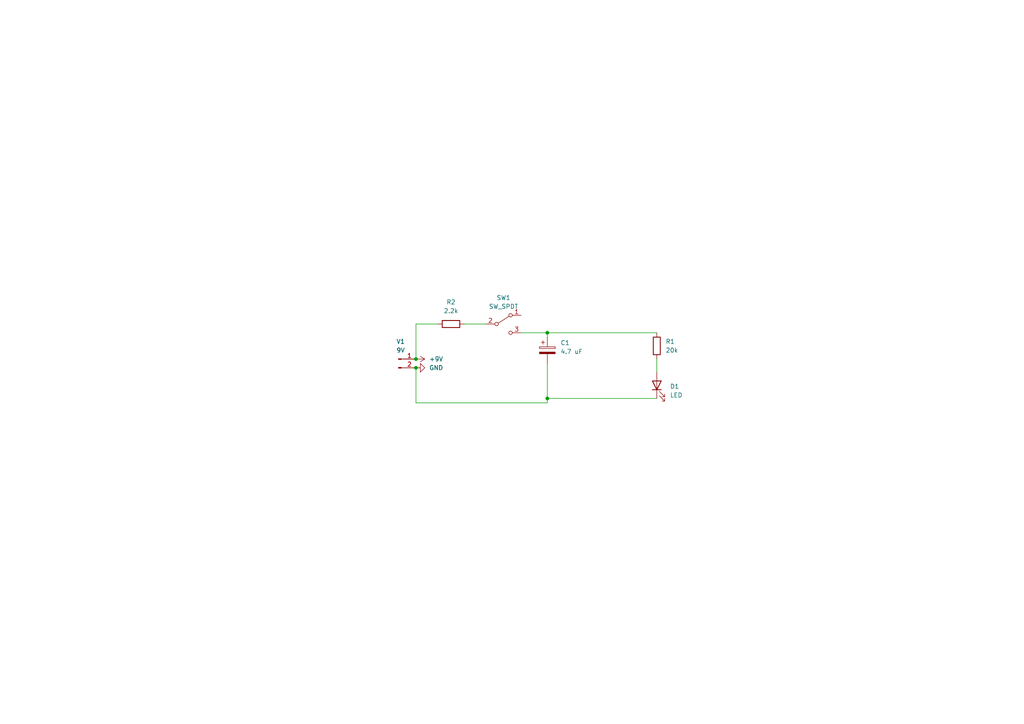
<source format=kicad_sch>
(kicad_sch (version 20211123) (generator eeschema)
  (paper "A4")
  (lib_symbols
    (symbol "Connector:Conn_01x02_Male" (pin_names (offset 1.016) hide)
      (property "Reference" "J" (at 0 2.54 0))
      (property "Value" "Conn_01x02_Male" (at 0 -5.08 0))
      (symbol "Conn_01x02_Male_1_1"
        (polyline (pts (xy 1.27 -2.54) (xy 0.8636 -2.54)) (stroke (width 0.1524)))
        (polyline (pts (xy 1.27 0) (xy 0.8636 0)) (stroke (width 0.1524)))
        (rectangle (start 0.8636 -2.413) (end 0 -2.667) (stroke (width 0.1524)) (fill (type outline)))
        (rectangle (start 0.8636 0.127) (end 0 -0.127) (stroke (width 0.1524)) (fill (type outline)))
        (pin passive line (at 5.08 0 180) (length 3.81) (name "Pin_1") (number "1"))
        (pin passive line (at 5.08 -2.54 180) (length 3.81) (name "Pin_2") (number "2"))
      )
    )
    (symbol "Device:C_Polarized" (pin_numbers hide) (pin_names (offset 0.254))
      (property "Reference" "C" (at 0.635 2.54 0))
      (property "Value" "C_Polarized" (at 0.635 -2.54 0))
      (symbol "C_Polarized_0_1"
        (rectangle (start -2.286 0.508) (end 2.286 1.016))
        (polyline (pts (xy -1.778 2.286) (xy -0.762 2.286)))
        (polyline (pts (xy -1.27 2.794) (xy -1.27 1.778)))
        (rectangle (start 2.286 -0.508) (end -2.286 -1.016) (fill (type outline)))
      )
      (symbol "C_Polarized_1_1"
        (pin passive line (at 0 3.81 270) (length 2.794) (name "~") (number "1"))
        (pin passive line (at 0 -3.81 90) (length 2.794) (name "~") (number "2"))
      )
    )
    (symbol "Device:LED" (pin_numbers hide) (pin_names (offset 1.016) hide)
      (property "Reference" "D" (at 0 2.54 0))
      (property "Value" "LED" (at 0 -2.54 0))
      (symbol "LED_0_1"
        (polyline (pts (xy -1.27 -1.27) (xy -1.27 1.27)) (stroke (width 0.254)))
        (polyline (pts (xy -1.27 0) (xy 1.27 0)))
        (polyline (pts (xy 1.27 -1.27) (xy 1.27 1.27) (xy -1.27 0) (xy 1.27 -1.27)) (stroke (width 0.254)))
        (polyline (pts (xy -3.048 -0.762) (xy -4.572 -2.286) (xy -3.81 -2.286) (xy -4.572 -2.286) (xy -4.572 -1.524)))
        (polyline (pts (xy -1.778 -0.762) (xy -3.302 -2.286) (xy -2.54 -2.286) (xy -3.302 -2.286) (xy -3.302 -1.524)))
      )
      (symbol "LED_1_1"
        (pin passive line (at -3.81 0 0) (length 2.54) (name "K") (number "1"))
        (pin passive line (at 3.81 0 180) (length 2.54) (name "A") (number "2"))
      )
    )
    (symbol "Device:R" (pin_numbers hide) (pin_names (offset 0))
      (property "Reference" "R" (at 2.032 0 90))
      (property "Value" "R" (at 0 0 90))
      (symbol "R_0_1"
        (rectangle (start -1.016 -2.54) (end 1.016 2.54) (stroke (width 0.254)))
      )
      (symbol "R_1_1"
        (pin passive line (at 0 3.81 270) (length 1.27) (name "~") (number "1"))
        (pin passive line (at 0 -3.81 90) (length 1.27) (name "~") (number "2"))
      )
    )
    (symbol "Switch:SW_SPDT" (pin_names (offset 0) hide)
      (property "Reference" "SW" (at 0 4.318 0))
      (property "Value" "SW_SPDT" (at 0 -5.08 0))
      (symbol "SW_SPDT_0_0"
        (circle (center -2.032 0) (radius 0.508))
        (circle (center 2.032 -2.54) (radius 0.508))
      )
      (symbol "SW_SPDT_0_1"
        (polyline (pts (xy -1.524 0.254) (xy 1.651 2.286)))
        (circle (center 2.032 2.54) (radius 0.508))
      )
      (symbol "SW_SPDT_1_1"
        (pin passive line (at 5.08 2.54 180) (length 2.54) (name "A") (number "1"))
        (pin passive line (at -5.08 0 0) (length 2.54) (name "B") (number "2"))
        (pin passive line (at 5.08 -2.54 180) (length 2.54) (name "C") (number "3"))
      )
    )
    (symbol "power:+9V" (power) (pin_names (offset 0))
      (property "Value" "+9V" (at 0 3.556 0))
      (symbol "+9V_0_1"
        (polyline (pts (xy -0.762 1.27) (xy 0 2.54)))
        (polyline (pts (xy 0 0) (xy 0 2.54)))
        (polyline (pts (xy 0 2.54) (xy 0.762 1.27)))
      )
      (symbol "+9V_1_1"
        (pin power_in line (at 0 0 90) (length 0) hide (name "+9V") (number "1"))
      )
    )
    (symbol "power:GND" (power) (pin_names (offset 0))
      (property "Value" "GND" (at 0 -3.81 0))
      (symbol "GND_0_1"
        (polyline (pts (xy 0 0) (xy 0 -1.27) (xy 1.27 -1.27) (xy 0 -2.54) (xy -1.27 -1.27) (xy 0 -1.27)))
      )
      (symbol "GND_1_1"
        (pin power_in line (at 0 0 270) (length 0) hide (name "GND") (number "1"))
      )
    )
  )
  (junction (at 158.75 96.52))
  (junction (at 120.65 106.68))
  (junction (at 158.75 115.57))
  (junction (at 120.65 104.14))
  (wire (pts (xy 158.75 115.57) (xy 158.75 105.41)))
  (wire (pts (xy 158.75 96.52) (xy 151.13 96.52)))
  (wire (pts (xy 158.75 97.79) (xy 158.75 96.52)))
  (wire (pts (xy 190.5 104.14) (xy 190.5 107.95)))
  (wire (pts (xy 134.62 93.98) (xy 140.97 93.98)))
  (wire (pts (xy 120.65 104.14) (xy 120.65 93.98)))
  (wire (pts (xy 120.65 116.84) (xy 158.75 116.84)))
  (wire (pts (xy 158.75 96.52) (xy 190.5 96.52)))
  (wire (pts (xy 120.65 106.68) (xy 120.65 116.84)))
  (wire (pts (xy 158.75 116.84) (xy 158.75 115.57)))
  (wire (pts (xy 120.65 93.98) (xy 127 93.98)))
  (wire (pts (xy 158.75 115.57) (xy 190.5 115.57)))
  (symbol (lib_id "Connector:Conn_01x02_Male") (at 115.57 104.14 0) (unit 1)
    (property "Reference" "V1" (at 116.205 99.06 0))
    (property "Value" "9V" (at 116.205 101.6 0))
  )
  (symbol (lib_id "Device:C_Polarized") (at 158.75 101.6 0) (unit 1)
    (property "Reference" "C1" (at 162.56 99.4409 0) (effects (justify left)))
    (property "Value" "4.7 uF" (at 162.56 101.9809 0) (effects (justify left)))
  )
  (symbol (lib_id "Device:R") (at 190.5 100.33 0) (unit 1)
    (property "Reference" "R1" (at 193.04 99.0599 0) (effects (justify left)))
    (property "Value" "20k" (at 193.04 101.5999 0) (effects (justify left)))
  )
  (symbol (lib_id "power:GND") (at 120.65 106.68 90) (unit 1)
    (property "Reference" "#PWR?" (effects hide))
    (property "Value" "GND" (at 124.46 106.6799 90) (effects (justify right)))
  )
  (symbol (lib_id "Switch:SW_SPDT") (at 146.05 93.98 0) (unit 1)
    (property "Reference" "SW1" (at 146.05 86.36 0))
    (property "Value" "SW_SPDT" (at 146.05 88.9 0))
  )
  (symbol (lib_id "power:+9V") (at 120.65 104.14 270) (unit 1)
    (property "Reference" "#PWR?" (effects hide))
    (property "Value" "+9V" (at 124.46 104.1399 90) (effects (justify left)))
  )
  (symbol (lib_id "Device:R") (at 130.81 93.98 270) (unit 1)
    (property "Reference" "R2" (at 130.81 87.63 90))
    (property "Value" "2.2k" (at 130.81 90.17 90))
  )
  (symbol (lib_id "Device:LED") (at 190.5 111.76 90) (unit 1)
    (property "Reference" "D1" (at 194.31 112.0774 90) (effects (justify right)))
    (property "Value" "LED" (at 194.31 114.6174 90) (effects (justify right)))
  )
)
</source>
